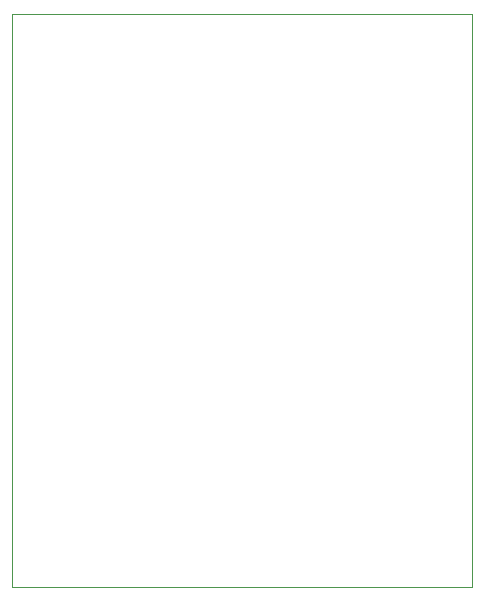
<source format=gbr>
%TF.GenerationSoftware,KiCad,Pcbnew,9.0.1*%
%TF.CreationDate,2025-04-15T01:41:33+09:00*%
%TF.ProjectId,STM32-FC_v2,53544d33-322d-4464-935f-76322e6b6963,rev?*%
%TF.SameCoordinates,Original*%
%TF.FileFunction,Profile,NP*%
%FSLAX46Y46*%
G04 Gerber Fmt 4.6, Leading zero omitted, Abs format (unit mm)*
G04 Created by KiCad (PCBNEW 9.0.1) date 2025-04-15 01:41:33*
%MOMM*%
%LPD*%
G01*
G04 APERTURE LIST*
%TA.AperFunction,Profile*%
%ADD10C,0.010000*%
%TD*%
G04 APERTURE END LIST*
D10*
X119500000Y-69500000D02*
X158500000Y-69500000D01*
X158500000Y-118000000D01*
X119500000Y-118000000D01*
X119500000Y-69500000D01*
M02*

</source>
